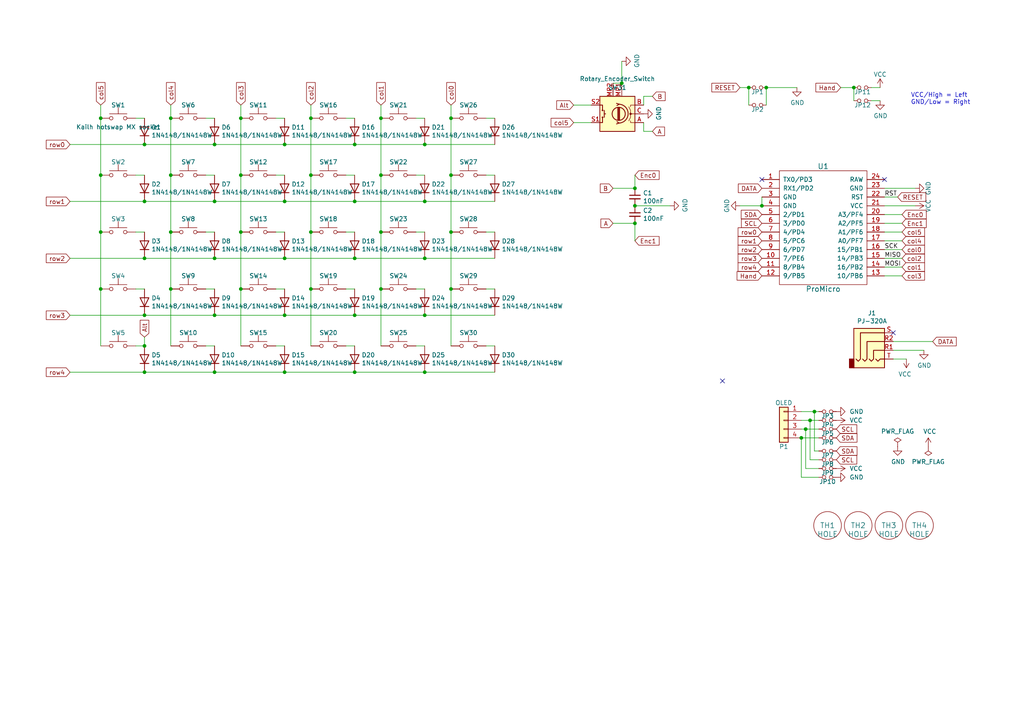
<source format=kicad_sch>
(kicad_sch (version 20231120) (generator "eeschema") (generator_version "8.0")
  (paper "A4")
  (lib_symbols
    (symbol "Connector:AudioJack4"
      (property "Reference" "J" (at 0 8.89 0))
      (property "Value" "AudioJack4" (at 0 6.35 0))
      (symbol "AudioJack4_0_1"
        (rectangle (start -6.35 -5.08) (end -7.62 -7.62) (stroke (width 0.254)) (fill (type outline)))
        (polyline (pts (xy 0 -5.08) (xy 0.635 -5.715) (xy 1.27 -5.08) (xy 2.54 -5.08)) (stroke (width 0.254)))
        (polyline (pts (xy -5.715 -5.08) (xy -5.08 -5.715) (xy -4.445 -5.08) (xy -4.445 2.54) (xy 2.54 2.54)) (stroke (width 0.254)))
        (polyline (pts (xy -1.905 -5.08) (xy -1.27 -5.715) (xy -0.635 -5.08) (xy -0.635 -2.54) (xy 2.54 -2.54)) (stroke (width 0.254)))
        (polyline (pts (xy 2.54 0) (xy -2.54 0) (xy -2.54 -5.08) (xy -3.175 -5.715) (xy -3.81 -5.08)) (stroke (width 0.254)))
        (rectangle (start 2.54 3.81) (end -6.35 -7.62) (stroke (width 0.254)) (fill (type background)))
      )
      (symbol "AudioJack4_1_1"
        (pin passive line (at 5.08 -2.54 180) (length 2.54) (name "~") (number "R1"))
        (pin passive line (at 5.08 0 180) (length 2.54) (name "~") (number "R2"))
        (pin passive line (at 5.08 2.54 180) (length 2.54) (name "~") (number "S"))
        (pin passive line (at 5.08 -5.08 180) (length 2.54) (name "~") (number "T"))
      )
    )
    (symbol "Connector_Generic:Conn_01x04" (pin_names (offset 1.016) hide)
      (property "Reference" "J" (at 0 5.08 0))
      (property "Value" "Conn_01x04" (at 0 -7.62 0))
      (symbol "Conn_01x04_1_1"
        (rectangle (start -1.27 -4.953) (end 0 -5.207) (stroke (width 0.1524)))
        (rectangle (start -1.27 -2.413) (end 0 -2.667) (stroke (width 0.1524)))
        (rectangle (start -1.27 0.127) (end 0 -0.127) (stroke (width 0.1524)))
        (rectangle (start -1.27 2.667) (end 0 2.413) (stroke (width 0.1524)))
        (rectangle (start -1.27 3.81) (end 1.27 -6.35) (stroke (width 0.254)) (fill (type background)))
        (pin passive line (at -5.08 2.54 0) (length 3.81) (name "Pin_1") (number "1"))
        (pin passive line (at -5.08 0 0) (length 3.81) (name "Pin_2") (number "2"))
        (pin passive line (at -5.08 -2.54 0) (length 3.81) (name "Pin_3") (number "3"))
        (pin passive line (at -5.08 -5.08 0) (length 3.81) (name "Pin_4") (number "4"))
      )
    )
    (symbol "Device:C_Small" (pin_numbers hide) (pin_names (offset 0.254) hide)
      (property "Reference" "C" (at 0.254 1.778 0))
      (property "Value" "C_Small" (at 0.254 -2.032 0))
      (symbol "C_Small_0_1"
        (polyline (pts (xy -1.524 -0.508) (xy 1.524 -0.508)) (stroke (width 0.3302)))
        (polyline (pts (xy -1.524 0.508) (xy 1.524 0.508)) (stroke (width 0.3048)))
      )
      (symbol "C_Small_1_1"
        (pin passive line (at 0 2.54 270) (length 2.032) (name "~") (number "1"))
        (pin passive line (at 0 -2.54 90) (length 2.032) (name "~") (number "2"))
      )
    )
    (symbol "Device:D" (pin_numbers hide) (pin_names (offset 1.016) hide)
      (property "Reference" "D" (at 0 2.54 0))
      (property "Value" "D" (at 0 -2.54 0))
      (symbol "D_0_1"
        (polyline (pts (xy -1.27 1.27) (xy -1.27 -1.27)) (stroke (width 0.254)))
        (polyline (pts (xy 1.27 0) (xy -1.27 0)))
        (polyline (pts (xy 1.27 1.27) (xy 1.27 -1.27) (xy -1.27 0) (xy 1.27 1.27)) (stroke (width 0.254)))
      )
      (symbol "D_1_1"
        (pin passive line (at -3.81 0 0) (length 2.54) (name "K") (number "1"))
        (pin passive line (at 3.81 0 180) (length 2.54) (name "A") (number "2"))
      )
    )
    (symbol "Device:Jumper_NO_Small" (pin_numbers hide) (pin_names (offset 0.762) hide)
      (property "Reference" "JP" (at 0 2.032 0))
      (property "Value" "Jumper_NO_Small" (at 0.254 -1.524 0))
      (symbol "Jumper_NO_Small_0_1"
        (circle (center -1.016 0) (radius 0.508))
        (circle (center 1.016 0) (radius 0.508))
        (pin passive line (at -2.54 0 0) (length 1.016) (name "1") (number "1"))
        (pin passive line (at 2.54 0 180) (length 1.016) (name "2") (number "2"))
      )
    )
    (symbol "Keyboard_Library:Rotary_Encoder_Switch_GND" (pin_names (offset 0.254) hide)
      (property "Reference" "SW" (at 0 6.604 0))
      (property "Value" "Rotary_Encoder_Switch_GND" (at 0 8.89 0))
      (symbol "Rotary_Encoder_Switch_GND_0_1"
        (rectangle (start -5.08 5.08) (end 5.08 -5.08) (stroke (width 0.254)) (fill (type background)))
        (circle (center -3.81 0) (radius 0.254) (fill (type outline)))
        (circle (center -0.381 0) (radius 1.905) (stroke (width 0.254)))
        (arc (start -0.381 2.667) (mid -3.0988 -0.0635) (end -0.381 -2.794) (stroke (width 0.254)))
        (polyline (pts (xy -0.635 -1.778) (xy -0.635 1.778)) (stroke (width 0.254)))
        (polyline (pts (xy -0.381 -1.778) (xy -0.381 1.778)) (stroke (width 0.254)))
        (polyline (pts (xy -0.127 1.778) (xy -0.127 -1.778)) (stroke (width 0.254)))
        (polyline (pts (xy 3.81 0) (xy 3.429 0)) (stroke (width 0.254)))
        (polyline (pts (xy 3.81 1.016) (xy 3.81 -1.016)) (stroke (width 0.254)))
        (polyline (pts (xy -5.08 -2.54) (xy -3.81 -2.54) (xy -3.81 -2.032)))
        (polyline (pts (xy -5.08 2.54) (xy -3.81 2.54) (xy -3.81 2.032)))
        (polyline (pts (xy 0.254 -3.048) (xy -0.508 -2.794) (xy 0.127 -2.413)) (stroke (width 0.254)))
        (polyline (pts (xy 0.254 2.921) (xy -0.508 2.667) (xy 0.127 2.286)) (stroke (width 0.254)))
        (polyline (pts (xy 5.08 -2.54) (xy 4.318 -2.54) (xy 4.318 -1.016)) (stroke (width 0.254)))
        (polyline (pts (xy 5.08 2.54) (xy 4.318 2.54) (xy 4.318 1.016)) (stroke (width 0.254)))
        (polyline (pts (xy -5.08 0) (xy -3.81 0) (xy -3.81 -1.016) (xy -3.302 -2.032)))
        (polyline (pts (xy -4.318 0) (xy -3.81 0) (xy -3.81 1.016) (xy -3.302 2.032)))
        (circle (center 4.318 -1.016) (radius 0.127) (stroke (width 0.254)))
        (circle (center 4.318 1.016) (radius 0.127) (stroke (width 0.254)))
      )
      (symbol "Rotary_Encoder_Switch_GND_1_1"
        (pin passive line (at -7.62 2.54 0) (length 2.54) (name "A") (number "A"))
        (pin passive line (at -7.62 -2.54 0) (length 2.54) (name "B") (number "B"))
        (pin passive line (at -7.62 0 0) (length 2.54) (name "C") (number "C"))
        (pin power_in line (at -1.27 -8.89 90) (length 3.7084) (name "GND") (number "MP1"))
        (pin power_in line (at 1.27 -8.89 90) (length 3.7592) (name "GND") (number "MP2"))
        (pin passive line (at 7.62 2.54 180) (length 2.54) (name "S1") (number "S1"))
        (pin passive line (at 7.62 -2.54 180) (length 2.54) (name "S2") (number "S2"))
      )
    )
    (symbol "Switch:SW_Push" (pin_numbers hide) (pin_names (offset 1.016) hide)
      (property "Reference" "SW" (at 1.27 2.54 0))
      (property "Value" "SW_Push" (at 0 -1.524 0))
      (symbol "SW_Push_0_1"
        (circle (center -2.032 0) (radius 0.508))
        (polyline (pts (xy 0 1.27) (xy 0 3.048)))
        (polyline (pts (xy 2.54 1.27) (xy -2.54 1.27)))
        (circle (center 2.032 0) (radius 0.508))
        (pin passive line (at -5.08 0 0) (length 2.54) (name "1") (number "1"))
        (pin passive line (at 5.08 0 180) (length 2.54) (name "2") (number "2"))
      )
    )
    (symbol "keebio:Hole" (pin_names (offset 1.016))
      (property "Reference" "H" (at 0 -1.27 0))
      (property "Value" "Hole" (at 0 1.27 0))
      (symbol "Hole_0_1"
        (circle (center 0 0) (radius 4.0132))
      )
    )
    (symbol "keebio:ProMicro" (pin_names (offset 1.016))
      (property "Reference" "U" (at 0 0 0))
      (property "Value" "ProMicro" (at 0 -19.05 0))
      (symbol "ProMicro_0_1"
        (rectangle (start -12.7 -16.51) (end 12.7 16.51))
      )
      (symbol "ProMicro_1_1"
        (pin input line (at -17.78 13.97 0) (length 5.08) (name "TX0/PD3") (number "1"))
        (pin input line (at -17.78 -8.89 0) (length 5.08) (name "7/PE6") (number "10"))
        (pin input line (at -17.78 -11.43 0) (length 5.08) (name "8/PB4") (number "11"))
        (pin input line (at -17.78 -13.97 0) (length 5.08) (name "9/PB5") (number "12"))
        (pin input line (at 17.78 -13.97 180) (length 5.08) (name "10/PB6") (number "13"))
        (pin input line (at 17.78 -11.43 180) (length 5.08) (name "16/PB2") (number "14"))
        (pin input line (at 17.78 -8.89 180) (length 5.08) (name "14/PB3") (number "15"))
        (pin input line (at 17.78 -6.35 180) (length 5.08) (name "15/PB1") (number "16"))
        (pin input line (at 17.78 -3.81 180) (length 5.08) (name "A0/PF7") (number "17"))
        (pin input line (at 17.78 -1.27 180) (length 5.08) (name "A1/PF6") (number "18"))
        (pin input line (at 17.78 1.27 180) (length 5.08) (name "A2/PF5") (number "19"))
        (pin input line (at -17.78 11.43 0) (length 5.08) (name "RX1/PD2") (number "2"))
        (pin input line (at 17.78 3.81 180) (length 5.08) (name "A3/PF4") (number "20"))
        (pin input line (at 17.78 6.35 180) (length 5.08) (name "VCC") (number "21"))
        (pin input line (at 17.78 8.89 180) (length 5.08) (name "RST") (number "22"))
        (pin input line (at 17.78 11.43 180) (length 5.08) (name "GND") (number "23"))
        (pin input line (at 17.78 13.97 180) (length 5.08) (name "RAW") (number "24"))
        (pin input line (at -17.78 8.89 0) (length 5.08) (name "GND") (number "3"))
        (pin input line (at -17.78 6.35 0) (length 5.08) (name "GND") (number "4"))
        (pin input line (at -17.78 3.81 0) (length 5.08) (name "2/PD1") (number "5"))
        (pin input line (at -17.78 1.27 0) (length 5.08) (name "3/PD0") (number "6"))
        (pin input line (at -17.78 -1.27 0) (length 5.08) (name "4/PD4") (number "7"))
        (pin input line (at -17.78 -3.81 0) (length 5.08) (name "5/PC6") (number "8"))
        (pin input line (at -17.78 -6.35 0) (length 5.08) (name "6/PD7") (number "9"))
      )
    )
    (symbol "power:GND" (power) (pin_names (offset 0))
      (property "Value" "GND" (at 0 -3.81 0))
      (symbol "GND_0_1"
        (polyline (pts (xy 0 0) (xy 0 -1.27) (xy 1.27 -1.27) (xy 0 -2.54) (xy -1.27 -1.27) (xy 0 -1.27)))
      )
      (symbol "GND_1_1"
        (pin power_in line (at 0 0 270) (length 0) hide (name "GND") (number "1"))
      )
    )
    (symbol "power:PWR_FLAG" (power) (pin_numbers hide) (pin_names (offset 0) hide)
      (property "Value" "PWR_FLAG" (at 0 3.81 0))
      (symbol "PWR_FLAG_0_0"
        (pin power_out line (at 0 0 90) (length 0) (name "pwr") (number "1"))
      )
      (symbol "PWR_FLAG_0_1"
        (polyline (pts (xy 0 0) (xy 0 1.27) (xy -1.016 1.905) (xy 0 2.54) (xy 1.016 1.905) (xy 0 1.27)))
      )
    )
    (symbol "power:VCC" (power) (pin_names (offset 0))
      (property "Value" "VCC" (at 0 3.81 0))
      (symbol "VCC_0_1"
        (polyline (pts (xy -0.762 1.27) (xy 0 2.54)))
        (polyline (pts (xy 0 0) (xy 0 2.54)))
        (polyline (pts (xy 0 2.54) (xy 0.762 1.27)))
      )
      (symbol "VCC_1_1"
        (pin power_in line (at 0 0 90) (length 0) hide (name "VCC") (number "1"))
      )
    )
  )
  (junction (at 236.22 119.38))
  (junction (at 29.21 34.29))
  (junction (at 62.23 41.91))
  (junction (at 41.91 74.93))
  (junction (at 90.17 34.29))
  (junction (at 123.19 58.42))
  (junction (at 180.34 24.13))
  (junction (at 110.49 50.8))
  (junction (at 102.87 74.93))
  (junction (at 49.53 34.29))
  (junction (at 123.19 107.95))
  (junction (at 62.23 91.44))
  (junction (at 123.19 74.93))
  (junction (at 41.91 107.95))
  (junction (at 184.15 54.61))
  (junction (at 123.19 91.44))
  (junction (at 130.81 83.82))
  (junction (at 90.17 83.82))
  (junction (at 102.87 41.91))
  (junction (at 184.15 64.77))
  (junction (at 49.53 50.8))
  (junction (at 82.55 74.93))
  (junction (at 41.91 58.42))
  (junction (at 110.49 83.82))
  (junction (at 29.21 67.31))
  (junction (at 234.95 121.92))
  (junction (at 220.98 59.69))
  (junction (at 62.23 74.93))
  (junction (at 90.17 67.31))
  (junction (at 29.21 83.82))
  (junction (at 49.53 67.31))
  (junction (at 217.17 25.4))
  (junction (at 110.49 34.29))
  (junction (at 130.81 50.8))
  (junction (at 102.87 58.42))
  (junction (at 41.91 41.91))
  (junction (at 90.17 50.8))
  (junction (at 102.87 107.95))
  (junction (at 184.15 59.69))
  (junction (at 62.23 58.42))
  (junction (at 49.53 83.82))
  (junction (at 41.91 100.33))
  (junction (at 130.81 67.31))
  (junction (at 69.85 83.82))
  (junction (at 62.23 107.95))
  (junction (at 222.25 25.4))
  (junction (at 82.55 91.44))
  (junction (at 130.81 34.29))
  (junction (at 82.55 58.42))
  (junction (at 41.91 91.44))
  (junction (at 233.68 124.46))
  (junction (at 69.85 67.31))
  (junction (at 123.19 41.91))
  (junction (at 102.87 91.44))
  (junction (at 232.41 127))
  (junction (at 247.65 25.4))
  (junction (at 82.55 107.95))
  (junction (at 110.49 67.31))
  (junction (at 82.55 41.91))
  (junction (at 69.85 50.8))
  (junction (at 29.21 50.8))
  (junction (at 69.85 34.29))
  (no_connect (at 259.08 96.52))
  (no_connect (at 256.54 52.07))
  (no_connect (at 209.55 110.49))
  (no_connect (at 220.98 52.07))
  (wire (pts (xy 214.63 25.4) (xy 217.17 25.4)))
  (wire (pts (xy 186.69 27.94) (xy 186.69 30.48)))
  (wire (pts (xy 123.19 107.95) (xy 143.51 107.95)))
  (wire (pts (xy 140.97 67.31) (xy 143.51 67.31)))
  (wire (pts (xy 41.91 41.91) (xy 62.23 41.91)))
  (wire (pts (xy 41.91 97.79) (xy 41.91 100.33)))
  (wire (pts (xy 256.54 67.31) (xy 261.62 67.31)))
  (wire (pts (xy 171.45 30.48) (xy 166.37 30.48)))
  (wire (pts (xy 102.87 58.42) (xy 123.19 58.42)))
  (wire (pts (xy 29.21 30.48) (xy 29.21 34.29)))
  (wire (pts (xy 62.23 100.33) (xy 59.69 100.33)))
  (wire (pts (xy 49.53 67.31) (xy 49.53 83.82)))
  (wire (pts (xy 232.41 127) (xy 232.41 138.43)))
  (wire (pts (xy 82.55 58.42) (xy 102.87 58.42)))
  (wire (pts (xy 220.98 57.15) (xy 220.98 59.69)))
  (wire (pts (xy 237.49 135.89) (xy 233.68 135.89)))
  (wire (pts (xy 234.95 133.35) (xy 237.49 133.35)))
  (wire (pts (xy 231.14 25.4) (xy 222.25 25.4)))
  (wire (pts (xy 82.55 83.82) (xy 80.01 83.82)))
  (wire (pts (xy 232.41 119.38) (xy 236.22 119.38)))
  (wire (pts (xy 29.21 50.8) (xy 29.21 67.31)))
  (wire (pts (xy 123.19 83.82) (xy 120.65 83.82)))
  (wire (pts (xy 29.21 34.29) (xy 29.21 50.8)))
  (wire (pts (xy 256.54 74.93) (xy 261.62 74.93)))
  (wire (pts (xy 20.32 107.95) (xy 41.91 107.95)))
  (wire (pts (xy 82.55 41.91) (xy 102.87 41.91)))
  (wire (pts (xy 180.34 24.13) (xy 177.8 24.13)))
  (wire (pts (xy 130.81 30.48) (xy 130.81 34.29)))
  (wire (pts (xy 236.22 119.38) (xy 236.22 130.81)))
  (wire (pts (xy 123.19 50.8) (xy 120.65 50.8)))
  (wire (pts (xy 62.23 58.42) (xy 82.55 58.42)))
  (wire (pts (xy 177.8 54.61) (xy 184.15 54.61)))
  (wire (pts (xy 102.87 67.31) (xy 100.33 67.31)))
  (wire (pts (xy 69.85 30.48) (xy 69.85 34.29)))
  (wire (pts (xy 252.73 25.4) (xy 255.27 25.4)))
  (wire (pts (xy 123.19 58.42) (xy 143.51 58.42)))
  (wire (pts (xy 237.49 121.92) (xy 234.95 121.92)))
  (wire (pts (xy 256.54 77.47) (xy 261.62 77.47)))
  (wire (pts (xy 256.54 64.77) (xy 261.62 64.77)))
  (wire (pts (xy 49.53 83.82) (xy 49.53 100.33)))
  (wire (pts (xy 29.21 67.31) (xy 29.21 83.82)))
  (wire (pts (xy 222.25 25.4) (xy 222.25 30.48)))
  (wire (pts (xy 59.69 34.29) (xy 62.23 34.29)))
  (wire (pts (xy 41.91 83.82) (xy 39.37 83.82)))
  (wire (pts (xy 90.17 83.82) (xy 90.17 100.33)))
  (wire (pts (xy 69.85 50.8) (xy 69.85 67.31)))
  (wire (pts (xy 259.08 101.6) (xy 267.97 101.6)))
  (wire (pts (xy 69.85 67.31) (xy 69.85 83.82)))
  (wire (pts (xy 102.87 100.33) (xy 100.33 100.33)))
  (wire (pts (xy 41.91 34.29) (xy 39.37 34.29)))
  (wire (pts (xy 20.32 58.42) (xy 41.91 58.42)))
  (wire (pts (xy 123.19 67.31) (xy 120.65 67.31)))
  (wire (pts (xy 130.81 83.82) (xy 130.81 100.33)))
  (wire (pts (xy 256.54 72.39) (xy 261.62 72.39)))
  (wire (pts (xy 140.97 83.82) (xy 143.51 83.82)))
  (wire (pts (xy 41.91 74.93) (xy 62.23 74.93)))
  (wire (pts (xy 255.27 29.21) (xy 252.73 29.21)))
  (wire (pts (xy 171.45 35.56) (xy 166.37 35.56)))
  (wire (pts (xy 110.49 30.48) (xy 110.49 34.29)))
  (wire (pts (xy 80.01 50.8) (xy 82.55 50.8)))
  (wire (pts (xy 41.91 107.95) (xy 62.23 107.95)))
  (wire (pts (xy 232.41 124.46) (xy 233.68 124.46)))
  (wire (pts (xy 49.53 30.48) (xy 49.53 34.29)))
  (wire (pts (xy 189.23 27.94) (xy 186.69 27.94)))
  (wire (pts (xy 130.81 67.31) (xy 130.81 83.82)))
  (wire (pts (xy 232.41 127) (xy 237.49 127)))
  (wire (pts (xy 41.91 50.8) (xy 39.37 50.8)))
  (wire (pts (xy 143.51 100.33) (xy 140.97 100.33)))
  (wire (pts (xy 90.17 34.29) (xy 90.17 50.8)))
  (wire (pts (xy 234.95 121.92) (xy 234.95 133.35)))
  (wire (pts (xy 82.55 91.44) (xy 102.87 91.44)))
  (wire (pts (xy 256.54 57.15) (xy 260.35 57.15)))
  (wire (pts (xy 184.15 69.85) (xy 184.15 64.77)))
  (wire (pts (xy 100.33 83.82) (xy 102.87 83.82)))
  (wire (pts (xy 62.23 83.82) (xy 59.69 83.82)))
  (wire (pts (xy 243.84 25.4) (xy 247.65 25.4)))
  (wire (pts (xy 110.49 34.29) (xy 110.49 50.8)))
  (wire (pts (xy 123.19 100.33) (xy 120.65 100.33)))
  (wire (pts (xy 90.17 50.8) (xy 90.17 67.31)))
  (wire (pts (xy 102.87 50.8) (xy 100.33 50.8)))
  (wire (pts (xy 62.23 50.8) (xy 59.69 50.8)))
  (wire (pts (xy 49.53 34.29) (xy 49.53 50.8)))
  (wire (pts (xy 256.54 80.01) (xy 261.62 80.01)))
  (wire (pts (xy 110.49 83.82) (xy 110.49 100.33)))
  (wire (pts (xy 41.91 58.42) (xy 62.23 58.42)))
  (wire (pts (xy 39.37 100.33) (xy 41.91 100.33)))
  (wire (pts (xy 62.23 74.93) (xy 82.55 74.93)))
  (wire (pts (xy 82.55 74.93) (xy 102.87 74.93)))
  (wire (pts (xy 189.23 38.1) (xy 186.69 38.1)))
  (wire (pts (xy 82.55 100.33) (xy 80.01 100.33)))
  (wire (pts (xy 62.23 41.91) (xy 82.55 41.91)))
  (wire (pts (xy 102.87 74.93) (xy 123.19 74.93)))
  (wire (pts (xy 69.85 83.82) (xy 69.85 100.33)))
  (wire (pts (xy 177.8 64.77) (xy 184.15 64.77)))
  (wire (pts (xy 256.54 59.69) (xy 265.43 59.69)))
  (wire (pts (xy 123.19 41.91) (xy 143.51 41.91)))
  (wire (pts (xy 80.01 67.31) (xy 82.55 67.31)))
  (wire (pts (xy 123.19 74.93) (xy 143.51 74.93)))
  (wire (pts (xy 217.17 25.4) (xy 217.17 30.48)))
  (wire (pts (xy 82.55 107.95) (xy 102.87 107.95)))
  (wire (pts (xy 102.87 107.95) (xy 123.19 107.95)))
  (wire (pts (xy 184.15 59.69) (xy 194.31 59.69)))
  (wire (pts (xy 102.87 91.44) (xy 123.19 91.44)))
  (wire (pts (xy 102.87 41.91) (xy 123.19 41.91)))
  (wire (pts (xy 29.21 83.82) (xy 29.21 100.33)))
  (wire (pts (xy 110.49 67.31) (xy 110.49 83.82)))
  (wire (pts (xy 247.65 29.21) (xy 247.65 25.4)))
  (wire (pts (xy 59.69 67.31) (xy 62.23 67.31)))
  (wire (pts (xy 69.85 34.29) (xy 69.85 50.8)))
  (wire (pts (xy 130.81 34.29) (xy 130.81 50.8)))
  (wire (pts (xy 233.68 124.46) (xy 237.49 124.46)))
  (wire (pts (xy 143.51 50.8) (xy 140.97 50.8)))
  (wire (pts (xy 232.41 121.92) (xy 234.95 121.92)))
  (wire (pts (xy 62.23 107.95) (xy 82.55 107.95)))
  (wire (pts (xy 186.69 38.1) (xy 186.69 35.56)))
  (wire (pts (xy 20.32 91.44) (xy 41.91 91.44)))
  (wire (pts (xy 20.32 74.93) (xy 41.91 74.93)))
  (wire (pts (xy 237.49 119.38) (xy 236.22 119.38)))
  (wire (pts (xy 256.54 62.23) (xy 261.62 62.23)))
  (wire (pts (xy 80.01 34.29) (xy 82.55 34.29)))
  (wire (pts (xy 130.81 50.8) (xy 130.81 67.31)))
  (wire (pts (xy 49.53 50.8) (xy 49.53 67.31)))
  (wire (pts (xy 100.33 34.29) (xy 102.87 34.29)))
  (wire (pts (xy 90.17 30.48) (xy 90.17 34.29)))
  (wire (pts (xy 256.54 54.61) (xy 265.43 54.61)))
  (wire (pts (xy 110.49 50.8) (xy 110.49 67.31)))
  (wire (pts (xy 232.41 138.43) (xy 237.49 138.43)))
  (wire (pts (xy 140.97 34.29) (xy 143.51 34.29)))
  (wire (pts (xy 123.19 91.44) (xy 143.51 91.44)))
  (wire (pts (xy 20.32 41.91) (xy 41.91 41.91)))
  (wire (pts (xy 220.98 59.69) (xy 214.63 59.69)))
  (wire (pts (xy 41.91 91.44) (xy 62.23 91.44)))
  (wire (pts (xy 259.08 104.14) (xy 262.89 104.14)))
  (wire (pts (xy 123.19 34.29) (xy 120.65 34.29)))
  (wire (pts (xy 180.34 17.78) (xy 180.34 24.13)))
  (wire (pts (xy 259.08 99.06) (xy 270.51 99.06)))
  (wire (pts (xy 39.37 67.31) (xy 41.91 67.31)))
  (wire (pts (xy 90.17 67.31) (xy 90.17 83.82)))
  (wire (pts (xy 62.23 91.44) (xy 82.55 91.44)))
  (wire (pts (xy 256.54 69.85) (xy 261.62 69.85)))
  (wire (pts (xy 233.68 135.89) (xy 233.68 124.46)))
  (wire (pts (xy 184.15 54.61) (xy 184.15 50.8)))
  (wire (pts (xy 237.49 130.81) (xy 236.22 130.81)))
  (text "VCC/High = Left\nGND/Low = Right" (at 264.16 30.48 0) (effects (font (size 1.27 1.27)) (justify left bottom)))
  (label "SCK" (at 256.54 72.39 0))
  (label "RST" (at 256.54 57.15 0))
  (label "MISO" (at 256.54 74.93 0))
  (label "MOSI" (at 256.54 77.47 0))
  (global_label "DATA" (shape input) (at 270.51 99.06 0) (property "Intersheetrefs" "${INTERSHEET_REFS}" (effects (hide yes))))
  (global_label "row4" (shape input) (at 20.32 107.95 180) (property "Intersheetrefs" "${INTERSHEET_REFS}" (effects (hide yes))))
  (global_label "Enc1" (shape input) (at 261.62 64.77 0) (property "Intersheetrefs" "${INTERSHEET_REFS}" (effects (hide yes))))
  (global_label "RESET" (shape input) (at 214.63 25.4 180) (property "Intersheetrefs" "${INTERSHEET_REFS}" (effects (hide yes))))
  (global_label "col5" (shape input) (at 29.21 30.48 90) (property "Intersheetrefs" "${INTERSHEET_REFS}" (effects (hide yes))))
  (global_label "Enc0" (shape input) (at 261.62 62.23 0) (property "Intersheetrefs" "${INTERSHEET_REFS}" (effects (hide yes))))
  (global_label "RESET" (shape input) (at 260.35 57.15 0) (property "Intersheetrefs" "${INTERSHEET_REFS}" (effects (hide yes))))
  (global_label "row4" (shape input) (at 220.98 77.47 180) (property "Intersheetrefs" "${INTERSHEET_REFS}" (effects (hide yes))))
  (global_label "B" (shape input) (at 189.23 27.94 0) (property "Intersheetrefs" "${INTERSHEET_REFS}" (effects (hide yes))))
  (global_label "SDA" (shape input) (at 220.98 62.23 180) (property "Intersheetrefs" "${INTERSHEET_REFS}" (effects (hide yes))))
  (global_label "col5" (shape input) (at 261.62 67.31 0) (property "Intersheetrefs" "${INTERSHEET_REFS}" (effects (hide yes))))
  (global_label "row3" (shape input) (at 20.32 91.44 180) (property "Intersheetrefs" "${INTERSHEET_REFS}" (effects (hide yes))))
  (global_label "row3" (shape input) (at 220.98 74.93 180) (property "Intersheetrefs" "${INTERSHEET_REFS}" (effects (hide yes))))
  (global_label "col1" (shape input) (at 261.62 77.47 0) (property "Intersheetrefs" "${INTERSHEET_REFS}" (effects (hide yes))))
  (global_label "Alt" (shape input) (at 41.91 97.79 90) (property "Intersheetrefs" "${INTERSHEET_REFS}" (effects (hide yes))))
  (global_label "row0" (shape input) (at 20.32 41.91 180) (property "Intersheetrefs" "${INTERSHEET_REFS}" (effects (hide yes))))
  (global_label "col5" (shape input) (at 166.37 35.56 180) (property "Intersheetrefs" "${INTERSHEET_REFS}" (effects (hide yes))))
  (global_label "B" (shape input) (at 177.8 54.61 180) (property "Intersheetrefs" "${INTERSHEET_REFS}" (effects (hide yes))))
  (global_label "col2" (shape input) (at 261.62 74.93 0) (property "Intersheetrefs" "${INTERSHEET_REFS}" (effects (hide yes))))
  (global_label "A" (shape input) (at 177.8 64.77 180) (property "Intersheetrefs" "${INTERSHEET_REFS}" (effects (hide yes))))
  (global_label "Enc1" (shape input) (at 184.15 69.85 0) (property "Intersheetrefs" "${INTERSHEET_REFS}" (effects (hide yes))))
  (global_label "col0" (shape input) (at 261.62 72.39 0) (property "Intersheetrefs" "${INTERSHEET_REFS}" (effects (hide yes))))
  (global_label "Enc0" (shape input) (at 184.15 50.8 0) (property "Intersheetrefs" "${INTERSHEET_REFS}" (effects (hide yes))))
  (global_label "SCL" (shape input) (at 220.98 64.77 180) (property "Intersheetrefs" "${INTERSHEET_REFS}" (effects (hide yes))))
  (global_label "DATA" (shape input) (at 220.98 54.61 180) (property "Intersheetrefs" "${INTERSHEET_REFS}" (effects (hide yes))))
  (global_label "SCL" (shape input) (at 242.57 133.35 0) (property "Intersheetrefs" "${INTERSHEET_REFS}" (effects (hide yes))))
  (global_label "row1" (shape input) (at 20.32 58.42 180) (property "Intersheetrefs" "${INTERSHEET_REFS}" (effects (hide yes))))
  (global_label "col3" (shape input) (at 261.62 80.01 0) (property "Intersheetrefs" "${INTERSHEET_REFS}" (effects (hide yes))))
  (global_label "Hand" (shape input) (at 220.98 80.01 180) (property "Intersheetrefs" "${INTERSHEET_REFS}" (effects (hide yes))))
  (global_label "A" (shape input) (at 189.23 38.1 0) (property "Intersheetrefs" "${INTERSHEET_REFS}" (effects (hide yes))))
  (global_label "col4" (shape input) (at 261.62 69.85 0) (property "Intersheetrefs" "${INTERSHEET_REFS}" (effects (hide yes))))
  (global_label "row2" (shape input) (at 20.32 74.93 180) (property "Intersheetrefs" "${INTERSHEET_REFS}" (effects (hide yes))))
  (global_label "row1" (shape input) (at 220.98 69.85 180) (property "Intersheetrefs" "${INTERSHEET_REFS}" (effects (hide yes))))
  (global_label "Hand" (shape input) (at 243.84 25.4 180) (property "Intersheetrefs" "${INTERSHEET_REFS}" (effects (hide yes))))
  (global_label "SDA" (shape input) (at 242.57 127 0) (property "Intersheetrefs" "${INTERSHEET_REFS}" (effects (hide yes))))
  (global_label "SCL" (shape input) (at 242.57 124.46 0) (property "Intersheetrefs" "${INTERSHEET_REFS}" (effects (hide yes))))
  (global_label "SDA" (shape input) (at 242.57 130.81 0) (property "Intersheetrefs" "${INTERSHEET_REFS}" (effects (hide yes))))
  (global_label "col1" (shape input) (at 110.49 30.48 90) (property "Intersheetrefs" "${INTERSHEET_REFS}" (effects (hide yes))))
  (global_label "col4" (shape input) (at 49.53 30.48 90) (property "Intersheetrefs" "${INTERSHEET_REFS}" (effects (hide yes))))
  (global_label "row0" (shape input) (at 220.98 67.31 180) (property "Intersheetrefs" "${INTERSHEET_REFS}" (effects (hide yes))))
  (global_label "col2" (shape input) (at 90.17 30.48 90) (property "Intersheetrefs" "${INTERSHEET_REFS}" (effects (hide yes))))
  (global_label "col3" (shape input) (at 69.85 30.48 90) (property "Intersheetrefs" "${INTERSHEET_REFS}" (effects (hide yes))))
  (global_label "row2" (shape input) (at 220.98 72.39 180) (property "Intersheetrefs" "${INTERSHEET_REFS}" (effects (hide yes))))
  (global_label "col0" (shape input) (at 130.81 30.48 90) (property "Intersheetrefs" "${INTERSHEET_REFS}" (effects (hide yes))))
  (global_label "Alt" (shape input) (at 166.37 30.48 180) (property "Intersheetrefs" "${INTERSHEET_REFS}" (effects (hide yes))))
  (symbol (lib_id "Device:C_Small") (at 184.15 57.15 0) (unit 1)
    (property "Reference" "C1" (at 186.4868 55.9816 0) (effects (justify left)))
    (property "Value" "100nF" (at 186.4868 58.293 0) (effects (justify left)))
    (property "Footprint" "Keyboard Library:RESISTOR_Reversible" (effects (hide yes)))
  )
  (symbol (lib_id "Device:D") (at 41.91 71.12 90) (unit 1)
    (property "Reference" "D3" (at 43.9166 69.9516 90) (effects (justify right)))
    (property "Value" "1N4148/1N4148W" (at 43.9166 72.263 90) (effects (justify right)))
    (property "Footprint" "Keyboard Library:Diode_DO35_SOD123" (effects (hide yes)))
  )
  (symbol (lib_id "Device:D") (at 62.23 104.14 90) (unit 1)
    (property "Reference" "D10" (at 64.2366 102.9716 90) (effects (justify right)))
    (property "Value" "1N4148/1N4148W" (at 64.2366 105.283 90) (effects (justify right)))
    (property "Footprint" "Keyboard Library:Diode_DO35_SOD123" (effects (hide yes)))
  )
  (symbol (lib_id "Device:D") (at 82.55 104.14 90) (unit 1)
    (property "Reference" "D15" (at 84.5566 102.9716 90) (effects (justify right)))
    (property "Value" "1N4148/1N4148W" (at 84.5566 105.283 90) (effects (justify right)))
    (property "Footprint" "Keyboard Library:Diode_DO35_SOD123" (effects (hide yes)))
  )
  (symbol (lib_id "Device:Jumper_NO_Small") (at 240.03 121.92 0) (unit 1)
    (property "Reference" "JP4" (at 240.03 123.19 0))
    (property "Value" "Jumper_NO_Small" (effects (hide yes)))
    (property "Footprint" "Keyboard Library:Jumper_Mini" (effects (hide yes)))
  )
  (symbol (lib_id "Switch:SW_Push") (at 95.25 100.33 0) (unit 1)
    (property "Reference" "SW20" (at 95.25 96.52 0))
    (property "Value" "Kailh hotswap MX socket" (effects (hide yes)))
    (property "Footprint" "keyswitches:Kailh_socket_MX_reversible_RGB" (effects (hide yes)))
  )
  (symbol (lib_id "Device:D") (at 41.91 38.1 90) (unit 1)
    (property "Reference" "D1" (at 43.9166 36.9316 90) (effects (justify right)))
    (property "Value" "1N4148/1N4148W" (at 43.9166 39.243 90) (effects (justify right)))
    (property "Footprint" "Keyboard Library:Diode_DO35_SOD123" (effects (hide yes)))
  )
  (symbol (lib_id "power:GND") (at 265.43 54.61 90) (unit 1)
    (property "Reference" "#PWR014" (effects (hide yes)))
    (property "Value" "GND" (at 269.24 54.61 0))
  )
  (symbol (lib_id "Device:D") (at 123.19 104.14 90) (unit 1)
    (property "Reference" "D25" (at 125.1966 102.9716 90) (effects (justify right)))
    (property "Value" "1N4148/1N4148W" (at 125.1966 105.283 90) (effects (justify right)))
    (property "Footprint" "Keyboard Library:Diode_DO35_SOD123" (effects (hide yes)))
  )
  (symbol (lib_id "Switch:SW_Push") (at 115.57 100.33 0) (unit 1)
    (property "Reference" "SW25" (at 115.57 96.52 0))
    (property "Value" "Kailh hotswap MX socket" (effects (hide yes)))
    (property "Footprint" "keyswitches:Kailh_socket_MX_reversible_RGB" (effects (hide yes)))
  )
  (symbol (lib_id "Switch:SW_Push") (at 74.93 83.82 0) (unit 1)
    (property "Reference" "SW14" (at 74.93 80.01 0))
    (property "Value" "Kailh hotswap MX socket" (effects (hide yes)))
    (property "Footprint" "keyswitches:Kailh_socket_MX_reversible_RGB" (effects (hide yes)))
  )
  (symbol (lib_id "Device:D") (at 143.51 87.63 90) (unit 1)
    (property "Reference" "D29" (at 145.5166 86.4616 90) (effects (justify right)))
    (property "Value" "1N4148/1N4148W" (at 145.5166 88.773 90) (effects (justify right)))
    (property "Footprint" "Keyboard Library:Diode_DO35_SOD123" (effects (hide yes)))
  )
  (symbol (lib_id "Switch:SW_Push") (at 135.89 83.82 0) (unit 1)
    (property "Reference" "SW29" (at 135.89 80.01 0))
    (property "Value" "Kailh hotswap MX socket" (effects (hide yes)))
    (property "Footprint" "keyswitches:Kailh_socket_MX_reversible_RGB" (effects (hide yes)))
  )
  (symbol (lib_id "Device:D") (at 143.51 71.12 90) (unit 1)
    (property "Reference" "D28" (at 145.5166 69.9516 90) (effects (justify right)))
    (property "Value" "1N4148/1N4148W" (at 145.5166 72.263 90) (effects (justify right)))
    (property "Footprint" "Keyboard Library:Diode_DO35_SOD123" (effects (hide yes)))
  )
  (symbol (lib_id "Device:D") (at 123.19 87.63 90) (unit 1)
    (property "Reference" "D24" (at 125.1966 86.4616 90) (effects (justify right)))
    (property "Value" "1N4148/1N4148W" (at 125.1966 88.773 90) (effects (justify right)))
    (property "Footprint" "Keyboard Library:Diode_DO35_SOD123" (effects (hide yes)))
  )
  (symbol (lib_id "Device:D") (at 62.23 87.63 90) (unit 1)
    (property "Reference" "D9" (at 64.2366 86.4616 90) (effects (justify right)))
    (property "Value" "1N4148/1N4148W" (at 64.2366 88.773 90) (effects (justify right)))
    (property "Footprint" "Keyboard Library:Diode_DO35_SOD123" (effects (hide yes)))
  )
  (symbol (lib_id "Switch:SW_Push") (at 54.61 34.29 0) (unit 1)
    (property "Reference" "SW6" (at 54.61 30.48 0))
    (property "Value" "Kailh hotswap MX socket" (effects (hide yes)))
    (property "Footprint" "keyswitches:Kailh_socket_MX_reversible_RGB" (effects (hide yes)))
  )
  (symbol (lib_id "Device:Jumper_NO_Small") (at 240.03 133.35 0) (unit 1)
    (property "Reference" "JP8" (at 240.03 134.62 0))
    (property "Value" "Jumper_NO_Small" (effects (hide yes)))
    (property "Footprint" "Keyboard Library:Jumper_Mini" (effects (hide yes)))
  )
  (symbol (lib_id "Switch:SW_Push") (at 95.25 50.8 0) (unit 1)
    (property "Reference" "SW17" (at 95.25 46.99 0))
    (property "Value" "Kailh hotswap MX socket" (effects (hide yes)))
    (property "Footprint" "keyswitches:Kailh_socket_MX_reversible_RGB" (effects (hide yes)))
  )
  (symbol (lib_id "power:VCC") (at 269.24 129.54 0) (unit 1)
    (property "Reference" "#PWR017" (effects (hide yes)))
    (property "Value" "VCC" (at 269.6718 125.1458 0))
  )
  (symbol (lib_id "Device:D") (at 102.87 54.61 90) (unit 1)
    (property "Reference" "D17" (at 104.8766 53.4416 90) (effects (justify right)))
    (property "Value" "1N4148/1N4148W" (at 104.8766 55.753 90) (effects (justify right)))
    (property "Footprint" "Keyboard Library:Diode_DO35_SOD123" (effects (hide yes)))
  )
  (symbol (lib_id "Device:Jumper_NO_Small") (at 250.19 29.21 0) (unit 1)
    (property "Reference" "JP12" (at 250.19 30.48 0))
    (property "Value" "RIGHT" (effects (hide yes)))
    (property "Footprint" "Keyboard Library:Jumper_Mini" (effects (hide yes)))
  )
  (symbol (lib_id "Device:Jumper_NO_Small") (at 240.03 124.46 0) (unit 1)
    (property "Reference" "JP5" (at 240.03 125.73 0))
    (property "Value" "Jumper_NO_Small" (effects (hide yes)))
    (property "Footprint" "Keyboard Library:Jumper_Mini" (effects (hide yes)))
  )
  (symbol (lib_id "Device:D") (at 41.91 87.63 90) (unit 1)
    (property "Reference" "D4" (at 43.9166 86.4616 90) (effects (justify right)))
    (property "Value" "1N4148/1N4148W" (at 43.9166 88.773 90) (effects (justify right)))
    (property "Footprint" "Keyboard Library:Diode_DO35_SOD123" (effects (hide yes)))
  )
  (symbol (lib_id "Device:Jumper_NO_Small") (at 240.03 130.81 0) (unit 1)
    (property "Reference" "JP7" (at 240.03 132.08 0))
    (property "Value" "Jumper_NO_Small" (effects (hide yes)))
    (property "Footprint" "Keyboard Library:Jumper_Mini" (effects (hide yes)))
  )
  (symbol (lib_id "power:VCC") (at 265.43 59.69 270) (unit 1)
    (property "Reference" "#PWR015" (effects (hide yes)))
    (property "Value" "VCC" (at 269.24 59.69 0))
  )
  (symbol (lib_id "Device:Jumper_NO_Small") (at 219.71 25.4 0) (unit 1)
    (property "Reference" "JP1" (at 219.71 26.67 0))
    (property "Value" "RESET" (effects (hide yes)))
    (property "Footprint" "Keyboard Library:Jumper_Mini" (effects (hide yes)))
  )
  (symbol (lib_id "Connector:AudioJack4") (at 254 99.06 0) (unit 1)
    (property "Reference" "J1" (at 252.9078 90.805 0))
    (property "Value" "PJ-320A" (at 252.9078 93.1164 0))
    (property "Footprint" "Common Library:MJ-4PP-9_alim" (effects (hide yes)))
  )
  (symbol (lib_id "Device:D") (at 123.19 54.61 90) (unit 1)
    (property "Reference" "D22" (at 125.1966 53.4416 90) (effects (justify right)))
    (property "Value" "1N4148/1N4148W" (at 125.1966 55.753 90) (effects (justify right)))
    (property "Footprint" "Keyboard Library:Diode_DO35_SOD123" (effects (hide yes)))
  )
  (symbol (lib_id "Switch:SW_Push") (at 95.25 34.29 0) (unit 1)
    (property "Reference" "SW16" (at 95.25 30.48 0))
    (property "Value" "Kailh hotswap MX socket" (effects (hide yes)))
    (property "Footprint" "keyswitches:Kailh_socket_MX_reversible_RGB" (effects (hide yes)))
  )
  (symbol (lib_id "Keyboard_Library:Rotary_Encoder_Switch_GND") (at 179.07 33.02 180) (unit 1)
    (property "Reference" "SW31" (at 179.07 25.4 0))
    (property "Value" "Rotary_Encoder_Switch" (at 179.07 22.86 0))
    (property "Footprint" "Keyboard Library:RotaryEncoder_Alps_EC11E-Switch_Special" (effects (hide yes)))
  )
  (symbol (lib_id "Device:D") (at 41.91 54.61 90) (unit 1)
    (property "Reference" "D2" (at 43.9166 53.4416 90) (effects (justify right)))
    (property "Value" "1N4148/1N4148W" (at 43.9166 55.753 90) (effects (justify right)))
    (property "Footprint" "Keyboard Library:Diode_DO35_SOD123" (effects (hide yes)))
  )
  (symbol (lib_id "Switch:SW_Push") (at 135.89 100.33 0) (unit 1)
    (property "Reference" "SW30" (at 135.89 96.52 0))
    (property "Value" "Kailh hotswap MX socket" (effects (hide yes)))
    (property "Footprint" "keyswitches:Kailh_socket_MX_reversible_RGB" (effects (hide yes)))
  )
  (symbol (lib_id "Device:Jumper_NO_Small") (at 240.03 138.43 0) (unit 1)
    (property "Reference" "JP10" (at 240.03 139.7 0))
    (property "Value" "Jumper_NO_Small" (effects (hide yes)))
    (property "Footprint" "Keyboard Library:Jumper_Mini" (effects (hide yes)))
  )
  (symbol (lib_id "power:GND") (at 194.31 59.69 90) (unit 1)
    (property "Reference" "#PWR03" (effects (hide yes)))
    (property "Value" "GND" (at 198.7042 59.563 0))
  )
  (symbol (lib_id "Device:D") (at 82.55 87.63 90) (unit 1)
    (property "Reference" "D14" (at 84.5566 86.4616 90) (effects (justify right)))
    (property "Value" "1N4148/1N4148W" (at 84.5566 88.773 90) (effects (justify right)))
    (property "Footprint" "Keyboard Library:Diode_DO35_SOD123" (effects (hide yes)))
  )
  (symbol (lib_id "Switch:SW_Push") (at 135.89 50.8 0) (unit 1)
    (property "Reference" "SW27" (at 135.89 46.99 0))
    (property "Value" "Kailh hotswap MX socket" (effects (hide yes)))
    (property "Footprint" "keyswitches:Kailh_socket_MX_reversible_RGB" (effects (hide yes)))
  )
  (symbol (lib_id "Switch:SW_Push") (at 135.89 34.29 0) (unit 1)
    (property "Reference" "SW26" (at 135.89 30.48 0))
    (property "Value" "Kailh hotswap MX socket" (effects (hide yes)))
    (property "Footprint" "keyswitches:Kailh_socket_MX_reversible_RGB" (effects (hide yes)))
  )
  (symbol (lib_id "Device:D") (at 82.55 71.12 90) (unit 1)
    (property "Reference" "D13" (at 84.5566 69.9516 90) (effects (justify right)))
    (property "Value" "1N4148/1N4148W" (at 84.5566 72.263 90) (effects (justify right)))
    (property "Footprint" "Keyboard Library:Diode_DO35_SOD123" (effects (hide yes)))
  )
  (symbol (lib_id "power:GND") (at 260.35 129.54 0) (unit 1)
    (property "Reference" "#PWR012" (effects (hide yes)))
    (property "Value" "GND" (at 260.477 133.9342 0))
  )
  (symbol (lib_id "power:GND") (at 242.57 138.43 90) (unit 1)
    (property "Reference" "#PWR09" (effects (hide yes)))
    (property "Value" "GND" (at 246.38 138.43 90) (effects (justify right)))
  )
  (symbol (lib_id "Device:D") (at 123.19 71.12 90) (unit 1)
    (property "Reference" "D23" (at 125.1966 69.9516 90) (effects (justify right)))
    (property "Value" "1N4148/1N4148W" (at 125.1966 72.263 90) (effects (justify right)))
    (property "Footprint" "Keyboard Library:Diode_DO35_SOD123" (effects (hide yes)))
  )
  (symbol (lib_id "Device:D") (at 62.23 71.12 90) (unit 1)
    (property "Reference" "D8" (at 64.2366 69.9516 90) (effects (justify right)))
    (property "Value" "1N4148/1N4148W" (at 64.2366 72.263 90) (effects (justify right)))
    (property "Footprint" "Keyboard Library:Diode_DO35_SOD123" (effects (hide yes)))
  )
  (symbol (lib_id "Switch:SW_Push") (at 115.57 50.8 0) (unit 1)
    (property "Reference" "SW22" (at 115.57 46.99 0))
    (property "Value" "Kailh hotswap MX socket" (effects (hide yes)))
    (property "Footprint" "keyswitches:Kailh_socket_MX_reversible_RGB" (effects (hide yes)))
  )
  (symbol (lib_id "power:GND") (at 242.57 119.38 90) (unit 1)
    (property "Reference" "#PWR06" (effects (hide yes)))
    (property "Value" "GND" (at 246.38 119.38 90) (effects (justify right)))
  )
  (symbol (lib_id "Switch:SW_Push") (at 34.29 83.82 0) (unit 1)
    (property "Reference" "SW4" (at 34.29 80.01 0))
    (property "Value" "Kailh hotswap MX socket" (effects (hide yes)))
    (property "Footprint" "keyswitches:Kailh_socket_MX_reversible_RGB" (effects (hide yes)))
  )
  (symbol (lib_id "power:VCC") (at 255.27 25.4 0) (unit 1)
    (property "Reference" "#PWR010" (effects (hide yes)))
    (property "Value" "VCC" (at 255.27 21.59 0))
  )
  (symbol (lib_id "Device:Jumper_NO_Small") (at 250.19 25.4 0) (unit 1)
    (property "Reference" "JP11" (at 250.19 26.67 0))
    (property "Value" "LEFT" (effects (hide yes)))
    (property "Footprint" "Keyboard Library:Jumper_Mini" (effects (hide yes)))
  )
  (symbol (lib_id "Device:D") (at 102.87 104.14 90) (unit 1)
    (property "Reference" "D20" (at 104.8766 102.9716 90) (effects (justify right)))
    (property "Value" "1N4148/1N4148W" (at 104.8766 105.283 90) (effects (justify right)))
    (property "Footprint" "Keyboard Library:Diode_DO35_SOD123" (effects (hide yes)))
  )
  (symbol (lib_id "Device:D") (at 102.87 38.1 90) (unit 1)
    (property "Reference" "D16" (at 104.8766 36.9316 90) (effects (justify right)))
    (property "Value" "1N4148/1N4148W" (at 104.8766 39.243 90) (effects (justify right)))
    (property "Footprint" "Keyboard Library:Diode_DO35_SOD123" (effects (hide yes)))
  )
  (symbol (lib_id "power:GND") (at 214.63 59.69 270) (unit 1)
    (property "Reference" "#PWR04" (effects (hide yes)))
    (property "Value" "GND" (at 210.82 59.69 0))
  )
  (symbol (lib_id "Switch:SW_Push") (at 74.93 34.29 0) (unit 1)
    (property "Reference" "SW11" (at 74.93 30.48 0))
    (property "Value" "Kailh hotswap MX socket" (effects (hide yes)))
    (property "Footprint" "keyswitches:Kailh_socket_MX_reversible_RGB" (effects (hide yes)))
  )
  (symbol (lib_id "power:GND") (at 255.27 29.21 0) (unit 1)
    (property "Reference" "#PWR011" (effects (hide yes)))
    (property "Value" "GND" (at 255.397 33.6042 0))
  )
  (symbol (lib_id "Switch:SW_Push") (at 34.29 67.31 0) (unit 1)
    (property "Reference" "SW3" (at 34.29 63.5 0))
    (property "Value" "Kailh hotswap MX socket" (effects (hide yes)))
    (property "Footprint" "keyswitches:Kailh_socket_MX_reversible_RGB" (effects (hide yes)))
  )
  (symbol (lib_id "power:VCC") (at 242.57 135.89 270) (mirror x) (unit 1)
    (property "Reference" "#PWR08" (effects (hide yes)))
    (property "Value" "VCC" (at 246.38 135.89 90) (effects (justify left)))
  )
  (symbol (lib_id "Switch:SW_Push") (at 34.29 50.8 0) (unit 1)
    (property "Reference" "SW2" (at 34.29 46.99 0))
    (property "Value" "Kailh hotswap MX socket" (effects (hide yes)))
    (property "Footprint" "keyswitches:Kailh_socket_MX_reversible_RGB" (effects (hide yes)))
  )
  (symbol (lib_id "Device:D") (at 41.91 104.14 90) (unit 1)
    (property "Reference" "D5" (at 43.9166 102.9716 90) (effects (justify right)))
    (property "Value" "1N4148/1N4148W" (at 43.9166 105.283 90) (effects (justify right)))
    (property "Footprint" "Keyboard Library:Diode_DO35_SOD123" (effects (hide yes)))
  )
  (symbol (lib_id "Switch:SW_Push") (at 74.93 67.31 0) (unit 1)
    (property "Reference" "SW13" (at 74.93 63.5 0))
    (property "Value" "Kailh hotswap MX socket" (effects (hide yes)))
    (property "Footprint" "keyswitches:Kailh_socket_MX_reversible_RGB" (effects (hide yes)))
  )
  (symbol (lib_id "power:GND") (at 186.69 33.02 90) (unit 1)
    (property "Reference" "#PWR02" (effects (hide yes)))
    (property "Value" "GND" (at 191.0842 32.893 0))
  )
  (symbol (lib_id "keebio:ProMicro") (at 238.76 66.04 0) (unit 1)
    (property "Reference" "U1" (at 238.76 48.26 0) (effects (font (size 1.524 1.524))))
    (property "Value" "ProMicro" (at 238.76 83.82 0) (effects (font (size 1.524 1.524))))
    (property "Footprint" "Keyboard Library:ProMicro_Reversible" (effects (hide yes)))
  )
  (symbol (lib_id "Device:D") (at 82.55 38.1 90) (unit 1)
    (property "Reference" "D11" (at 84.5566 36.9316 90) (effects (justify right)))
    (property "Value" "1N4148/1N4148W" (at 84.5566 39.243 90) (effects (justify right)))
    (property "Footprint" "Keyboard Library:Diode_DO35_SOD123" (effects (hide yes)))
  )
  (symbol (lib_id "keebio:Hole") (at 248.92 152.4 0) (unit 1)
    (property "Reference" "TH2" (at 248.92 152.4 0) (effects (font (size 1.524 1.524))))
    (property "Value" "HOLE" (at 248.92 154.94 0) (effects (font (size 1.524 1.524))))
    (property "Footprint" "MountingHole:MountingHole_3.7mm" (effects (hide yes)))
  )
  (symbol (lib_id "Device:D") (at 62.23 54.61 90) (unit 1)
    (property "Reference" "D7" (at 64.2366 53.4416 90) (effects (justify right)))
    (property "Value" "1N4148/1N4148W" (at 64.2366 55.753 90) (effects (justify right)))
    (property "Footprint" "Keyboard Library:Diode_DO35_SOD123" (effects (hide yes)))
  )
  (symbol (lib_id "Device:Jumper_NO_Small") (at 240.03 135.89 0) (unit 1)
    (property "Reference" "JP9" (at 240.03 137.16 0))
    (property "Value" "Jumper_NO_Small" (effects (hide yes)))
    (property "Footprint" "Keyboard Library:Jumper_Mini" (effects (hide yes)))
  )
  (symbol (lib_id "Switch:SW_Push") (at 135.89 67.31 0) (unit 1)
    (property "Reference" "SW28" (at 135.89 63.5 0))
    (property "Value" "Kailh hotswap MX socket" (effects (hide yes)))
    (property "Footprint" "keyswitches:Kailh_socket_MX_reversible_RGB" (effects (hide yes)))
  )
  (symbol (lib_id "Device:D") (at 143.51 38.1 90) (unit 1)
    (property "Reference" "D26" (at 145.5166 36.9316 90) (effects (justify right)))
    (property "Value" "1N4148/1N4148W" (at 145.5166 39.243 90) (effects (justify right)))
    (property "Footprint" "Keyboard Library:Diode_DO35_SOD123" (effects (hide yes)))
  )
  (symbol (lib_id "keebio:Hole") (at 266.7 152.4 0) (unit 1)
    (property "Reference" "TH4" (at 266.7 152.4 0) (effects (font (size 1.524 1.524))))
    (property "Value" "HOLE" (at 266.7 154.94 0) (effects (font (size 1.524 1.524))))
    (property "Footprint" "MountingHole:MountingHole_3.7mm" (effects (hide yes)))
  )
  (symbol (lib_id "power:GND") (at 267.97 101.6 0) (unit 1)
    (property "Reference" "#PWR016" (effects (hide yes)))
    (property "Value" "GND" (at 268.097 105.9942 0))
  )
  (symbol (lib_id "power:GND") (at 231.14 25.4 0) (unit 1)
    (property "Reference" "#PWR05" (effects (hide yes)))
    (property "Value" "GND" (at 231.267 29.7942 0))
  )
  (symbol (lib_id "Switch:SW_Push") (at 74.93 50.8 0) (unit 1)
    (property "Reference" "SW12" (at 74.93 46.99 0))
    (property "Value" "Kailh hotswap MX socket" (effects (hide yes)))
    (property "Footprint" "keyswitches:Kailh_socket_MX_reversible_RGB" (effects (hide yes)))
  )
  (symbol (lib_id "keebio:Hole") (at 257.81 152.4 0) (unit 1)
    (property "Reference" "TH3" (at 257.81 152.4 0) (effects (font (size 1.524 1.524))))
    (property "Value" "HOLE" (at 257.81 154.94 0) (effects (font (size 1.524 1.524))))
    (property "Footprint" "MountingHole:MountingHole_3.7mm" (effects (hide yes)))
  )
  (symbol (lib_id "Device:D") (at 82.55 54.61 90) (unit 1)
    (property "Reference" "D12" (at 84.5566 53.4416 90) (effects (justify right)))
    (property "Value" "1N4148/1N4148W" (at 84.5566 55.753 90) (effects (justify right)))
    (property "Footprint" "Keyboard Library:Diode_DO35_SOD123" (effects (hide yes)))
  )
  (symbol (lib_id "keebio:Hole") (at 240.03 152.4 0) (unit 1)
    (property "Reference" "TH1" (at 240.03 152.4 0) (effects (font (size 1.524 1.524))))
    (property "Value" "HOLE" (at 240.03 154.94 0) (effects (font (size 1.524 1.524))))
    (property "Footprint" "MountingHole:MountingHole_3.7mm" (effects (hide yes)))
  )
  (symbol (lib_id "Switch:SW_Push") (at 95.25 83.82 0) (unit 1)
    (property "Reference" "SW19" (at 95.25 80.01 0))
    (property "Value" "Kailh hotswap MX socket" (effects (hide yes)))
    (property "Footprint" "keyswitches:Kailh_socket_MX_reversible_RGB" (effects (hide yes)))
  )
  (symbol (lib_id "Device:D") (at 102.87 71.12 90) (unit 1)
    (property "Reference" "D18" (at 104.8766 69.9516 90) (effects (justify right)))
    (property "Value" "1N4148/1N4148W" (at 104.8766 72.263 90) (effects (justify right)))
    (property "Footprint" "Keyboard Library:Diode_DO35_SOD123" (effects (hide yes)))
  )
  (symbol (lib_id "Device:D") (at 143.51 104.14 90) (unit 1)
    (property "Reference" "D30" (at 145.5166 102.9716 90) (effects (justify right)))
    (property "Value" "1N4148/1N4148W" (at 145.5166 105.283 90) (effects (justify right)))
    (property "Footprint" "Keyboard Library:Diode_DO35_SOD123" (effects (hide yes)))
  )
  (symbol (lib_id "Device:D") (at 123.19 38.1 90) (unit 1)
    (property "Reference" "D21" (at 125.1966 36.9316 90) (effects (justify right)))
    (property "Value" "1N4148/1N4148W" (at 125.1966 39.243 90) (effects (justify right)))
    (property "Footprint" "Keyboard Library:Diode_DO35_SOD123" (effects (hide yes)))
  )
  (symbol (lib_id "Device:Jumper_NO_Small") (at 240.03 119.38 0) (unit 1)
    (property "Reference" "JP3" (at 240.03 120.65 0))
    (property "Value" "Jumper_NO_Small" (effects (hide yes)))
    (property "Footprint" "Keyboard Library:Jumper_Mini" (effects (hide yes)))
  )
  (symbol (lib_id "Switch:SW_Push") (at 34.29 34.29 0) (unit 1)
    (property "Reference" "SW1" (at 34.29 30.48 0))
    (property "Value" "Kailh hotswap MX socket" (at 34.29 36.83 0))
    (property "Footprint" "keyswitches:Kailh_socket_MX_reversible_RGB" (effects (hide yes)))
  )
  (symbol (lib_id "power:GND") (at 180.34 17.78 90) (unit 1)
    (property "Reference" "#PWR01" (effects (hide yes)))
    (property "Value" "GND" (at 184.7342 17.653 0))
  )
  (symbol (lib_id "Device:D") (at 102.87 87.63 90) (unit 1)
    (property "Reference" "D19" (at 104.8766 86.4616 90) (effects (justify right)))
    (property "Value" "1N4148/1N4148W" (at 104.8766 88.773 90) (effects (justify right)))
    (property "Footprint" "Keyboard Library:Diode_DO35_SOD123" (effects (hide yes)))
  )
  (symbol (lib_id "Connector_Generic:Conn_01x04") (at 227.33 121.92 0) (mirror y) (unit 1)
    (property "Reference" "P1" (at 227.33 129.54 0))
    (property "Value" "OLED" (at 227.33 116.84 0))
    (property "Footprint" "KiCad-SSD1306-0.91-OLED-4pin-128x32:SSD1306-0.91-OLED-4pin-128x32" (effects (hide yes)))
  )
  (symbol (lib_id "power:PWR_FLAG") (at 269.24 129.54 180) (unit 1)
    (property "Reference" "#FLG02" (effects (hide yes)))
    (property "Value" "PWR_FLAG" (at 269.24 133.9342 0))
  )
  (symbol (lib_id "power:PWR_FLAG") (at 260.35 129.54 0) (unit 1)
    (property "Reference" "#FLG01" (effects (hide yes)))
    (property "Value" "PWR_FLAG" (at 260.35 125.1204 0))
  )
  (symbol (lib_id "Switch:SW_Push") (at 115.57 67.31 0) (unit 1)
    (property "Reference" "SW23" (at 115.57 63.5 0))
    (property "Value" "Kailh hotswap MX socket" (effects (hide yes)))
    (property "Footprint" "keyswitches:Kailh_socket_MX_reversible_RGB" (effects (hide yes)))
  )
  (symbol (lib_id "Device:Jumper_NO_Small") (at 240.03 127 0) (unit 1)
    (property "Reference" "JP6" (at 240.03 128.27 0))
    (property "Value" "Jumper_NO_Small" (effects (hide yes)))
    (property "Footprint" "Keyboard Library:Jumper_Mini" (effects (hide yes)))
  )
  (symbol (lib_id "power:VCC") (at 242.57 121.92 270) (unit 1)
    (property "Reference" "#PWR07" (effects (hide yes)))
    (property "Value" "VCC" (at 246.38 121.92 90) (effects (justify left)))
  )
  (symbol (lib_id "Device:D") (at 62.23 38.1 90) (unit 1)
    (property "Reference" "D6" (at 64.2366 36.9316 90) (effects (justify right)))
    (property "Value" "1N4148/1N4148W" (at 64.2366 39.243 90) (effects (justify right)))
    (property "Footprint" "Keyboard Library:Diode_DO35_SOD123" (effects (hide yes)))
  )
  (symbol (lib_id "Switch:SW_Push") (at 54.61 100.33 0) (unit 1)
    (property "Reference" "SW10" (at 54.61 96.52 0))
    (property "Value" "Kailh hotswap MX socket" (effects (hide yes)))
    (property "Footprint" "keyswitches:Kailh_socket_MX_reversible_RGB" (effects (hide yes)))
  )
  (symbol (lib_id "Switch:SW_Push") (at 74.93 100.33 0) (unit 1)
    (property "Reference" "SW15" (at 74.93 96.52 0))
    (property "Value" "Kailh hotswap MX socket" (effects (hide yes)))
    (property "Footprint" "keyswitches:Kailh_socket_MX_reversible_RGB" (effects (hide yes)))
  )
  (symbol (lib_id "Switch:SW_Push") (at 54.61 83.82 0) (unit 1)
    (property "Reference" "SW9" (at 54.61 80.01 0))
    (property "Value" "Kailh hotswap MX socket" (effects (hide yes)))
    (property "Footprint" "keyswitches:Kailh_socket_MX_reversible_RGB" (effects (hide yes)))
  )
  (symbol (lib_id "Switch:SW_Push") (at 34.29 100.33 0) (unit 1)
    (property "Reference" "SW5" (at 34.29 96.52 0))
    (property "Value" "Kailh hotswap MX socket" (effects (hide yes)))
    (property "Footprint" "keyswitches:Kailh_socket_MX_reversible_RGB" (effects (hide yes)))
  )
  (symbol (lib_id "Switch:SW_Push") (at 54.61 67.31 0) (unit 1)
    (property "Reference" "SW8" (at 54.61 63.5 0))
    (property "Value" "Kailh hotswap MX socket" (effects (hide yes)))
    (property "Footprint" "keyswitches:Kailh_socket_MX_reversible_RGB" (effects (hide yes)))
  )
  (symbol (lib_id "power:VCC") (at 262.89 104.14 180) (unit 1)
    (property "Reference" "#PWR013" (effects (hide yes)))
    (property "Value" "VCC" (at 262.4582 108.5342 0))
  )
  (symbol (lib_id "Device:C_Small") (at 184.15 62.23 0) (unit 1)
    (property "Reference" "C2" (at 186.4868 61.0616 0) (effects (justify left)))
    (property "Value" "100nF" (at 186.4868 63.373 0) (effects (justify left)))
    (property "Footprint" "Keyboard Library:RESISTOR_Reversible" (effects (hide yes)))
  )
  (symbol (lib_id "Switch:SW_Push") (at 115.57 83.82 0) (unit 1)
    (property "Reference" "SW24" (at 115.57 80.01 0))
    (property "Value" "Kailh hotswap MX socket" (effects (hide yes)))
    (property "Footprint" "keyswitches:Kailh_socket_MX_reversible_RGB" (effects (hide yes)))
  )
  (symbol (lib_id "Switch:SW_Push") (at 54.61 50.8 0) (unit 1)
    (property "Reference" "SW7" (at 54.61 46.99 0))
    (property "Value" "Kailh hotswap MX socket" (effects (hide yes)))
    (property "Footprint" "keyswitches:Kailh_socket_MX_reversible_RGB" (effects (hide yes)))
  )
  (symbol (lib_id "Switch:SW_Push") (at 95.25 67.31 0) (unit 1)
    (property "Reference" "SW18" (at 95.25 63.5 0))
    (property "Value" "Kailh hotswap MX socket" (effects (hide yes)))
    (property "Footprint" "keyswitches:Kailh_socket_MX_reversible_RGB" (effects (hide yes)))
  )
  (symbol (lib_id "Device:D") (at 143.51 54.61 90) (unit 1)
    (property "Reference" "D27" (at 145.5166 53.4416 90) (effects (justify right)))
    (property "Value" "1N4148/1N4148W" (at 145.5166 55.753 90) (effects (justify right)))
    (property "Footprint" "Keyboard Library:Diode_DO35_SOD123" (effects (hide yes)))
  )
  (symbol (lib_id "Device:Jumper_NO_Small") (at 219.71 30.48 0) (unit 1)
    (property "Reference" "JP2" (at 219.71 31.75 0))
    (property "Value" "RESET" (effects (hide yes)))
    (property "Footprint" "Keyboard Library:Jumper_Mini" (effects (hide yes)))
  )
  (symbol (lib_id "Switch:SW_Push") (at 115.57 34.29 0) (unit 1)
    (property "Reference" "SW21" (at 115.57 30.48 0))
    (property "Value" "Kailh hotswap MX socket" (effects (hide yes)))
    (property "Footprint" "keyswitches:Kailh_socket_MX_reversible_RGB" (effects (hide yes)))
  )
)
</source>
